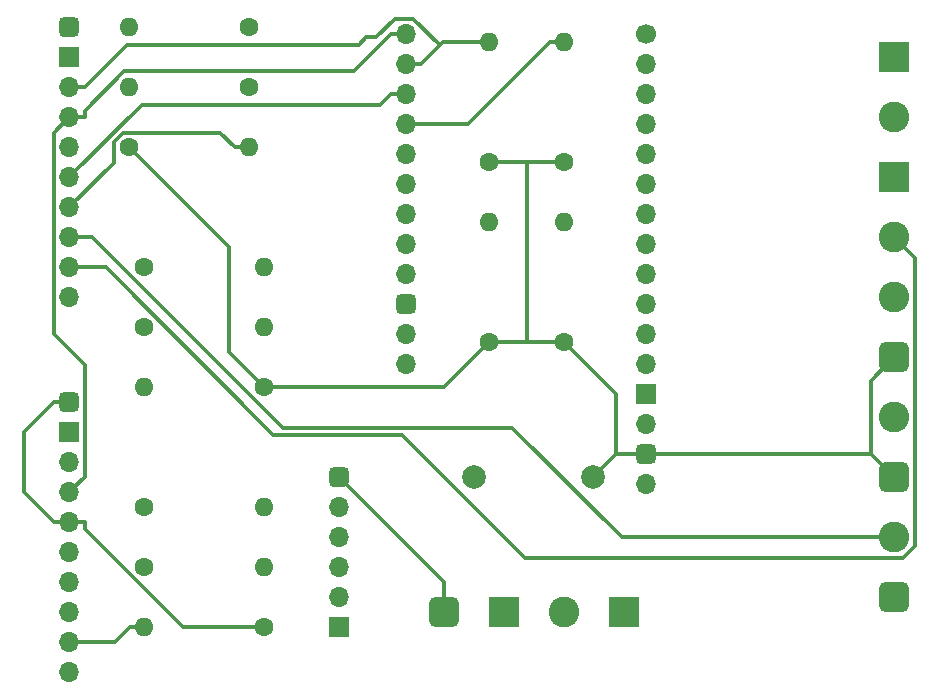
<source format=gtl>
G04 #@! TF.GenerationSoftware,KiCad,Pcbnew,6.0.11+dfsg-1*
G04 #@! TF.CreationDate,2023-06-04T21:15:00+02:00*
G04 #@! TF.ProjectId,EspressoV1,45737072-6573-4736-9f56-312e6b696361,rev?*
G04 #@! TF.SameCoordinates,Original*
G04 #@! TF.FileFunction,Copper,L1,Top*
G04 #@! TF.FilePolarity,Positive*
%FSLAX46Y46*%
G04 Gerber Fmt 4.6, Leading zero omitted, Abs format (unit mm)*
G04 Created by KiCad (PCBNEW 6.0.11+dfsg-1) date 2023-06-04 21:15:00*
%MOMM*%
%LPD*%
G01*
G04 APERTURE LIST*
G04 Aperture macros list*
%AMRoundRect*
0 Rectangle with rounded corners*
0 $1 Rounding radius*
0 $2 $3 $4 $5 $6 $7 $8 $9 X,Y pos of 4 corners*
0 Add a 4 corners polygon primitive as box body*
4,1,4,$2,$3,$4,$5,$6,$7,$8,$9,$2,$3,0*
0 Add four circle primitives for the rounded corners*
1,1,$1+$1,$2,$3*
1,1,$1+$1,$4,$5*
1,1,$1+$1,$6,$7*
1,1,$1+$1,$8,$9*
0 Add four rect primitives between the rounded corners*
20,1,$1+$1,$2,$3,$4,$5,0*
20,1,$1+$1,$4,$5,$6,$7,0*
20,1,$1+$1,$6,$7,$8,$9,0*
20,1,$1+$1,$8,$9,$2,$3,0*%
G04 Aperture macros list end*
G04 #@! TA.AperFunction,ComponentPad*
%ADD10C,2.600000*%
G04 #@! TD*
G04 #@! TA.AperFunction,ComponentPad*
%ADD11RoundRect,0.650000X0.650000X-0.650000X0.650000X0.650000X-0.650000X0.650000X-0.650000X-0.650000X0*%
G04 #@! TD*
G04 #@! TA.AperFunction,ComponentPad*
%ADD12R,2.600000X2.600000*%
G04 #@! TD*
G04 #@! TA.AperFunction,ComponentPad*
%ADD13RoundRect,0.650000X-0.650000X-0.650000X0.650000X-0.650000X0.650000X0.650000X-0.650000X0.650000X0*%
G04 #@! TD*
G04 #@! TA.AperFunction,ComponentPad*
%ADD14O,1.600000X1.600000*%
G04 #@! TD*
G04 #@! TA.AperFunction,ComponentPad*
%ADD15C,1.600000*%
G04 #@! TD*
G04 #@! TA.AperFunction,ComponentPad*
%ADD16RoundRect,0.425000X0.425000X0.425000X-0.425000X0.425000X-0.425000X-0.425000X0.425000X-0.425000X0*%
G04 #@! TD*
G04 #@! TA.AperFunction,ComponentPad*
%ADD17O,1.700000X1.700000*%
G04 #@! TD*
G04 #@! TA.AperFunction,ComponentPad*
%ADD18R,1.700000X1.700000*%
G04 #@! TD*
G04 #@! TA.AperFunction,ComponentPad*
%ADD19RoundRect,0.425000X-0.425000X-0.425000X0.425000X-0.425000X0.425000X0.425000X-0.425000X0.425000X0*%
G04 #@! TD*
G04 #@! TA.AperFunction,ComponentPad*
%ADD20C,1.700000*%
G04 #@! TD*
G04 #@! TA.AperFunction,ComponentPad*
%ADD21C,2.000000*%
G04 #@! TD*
G04 #@! TA.AperFunction,Conductor*
%ADD22C,0.350000*%
G04 #@! TD*
G04 APERTURE END LIST*
D10*
G04 #@! TO.P,PT1000,2*
G04 #@! TO.N,Net-(0x48-Pad5)*
X177800000Y-102870000D03*
D11*
G04 #@! TO.P,PT1000,1*
G04 #@! TO.N,Net-(0x48-Pad8)*
X177800000Y-107950000D03*
G04 #@! TD*
D12*
G04 #@! TO.P,PSU1,2*
G04 #@! TO.N,GND*
X144780000Y-109220000D03*
D13*
G04 #@! TO.P,PSU1,1*
G04 #@! TO.N,Net-(ESP321-PadVUSB)*
X139700000Y-109220000D03*
G04 #@! TD*
D12*
G04 #@! TO.P,SSR1,2*
G04 #@! TO.N,GND*
X154940000Y-109220000D03*
D10*
G04 #@! TO.P,SSR1,1*
G04 #@! TO.N,Net-(ESP321-PadP21)*
X149860000Y-109220000D03*
G04 #@! TD*
D12*
G04 #@! TO.P,SENS4,2*
G04 #@! TO.N,GND*
X177800000Y-62230000D03*
D10*
G04 #@! TO.P,SENS4,1*
G04 #@! TO.N,Net-(0x48-Pad7)*
X177800000Y-67310000D03*
G04 #@! TD*
D12*
G04 #@! TO.P,SENS3,2*
G04 #@! TO.N,GND*
X177800000Y-72390000D03*
D10*
G04 #@! TO.P,SENS3,1*
G04 #@! TO.N,Net-(0x48-Pad6)*
X177800000Y-77470000D03*
G04 #@! TD*
G04 #@! TO.P,SENS2,2*
G04 #@! TO.N,Net-(0x49-Pad7)*
X177800000Y-82550000D03*
D11*
G04 #@! TO.P,SENS2,1*
G04 #@! TO.N,Net-(0x48-Pad8)*
X177800000Y-87630000D03*
G04 #@! TD*
D10*
G04 #@! TO.P,SENS1,2*
G04 #@! TO.N,Net-(0x49-Pad5)*
X177800000Y-92710000D03*
D11*
G04 #@! TO.P,SENS1,1*
G04 #@! TO.N,Net-(0x48-Pad8)*
X177800000Y-97790000D03*
G04 #@! TD*
D14*
G04 #@! TO.P,R3-4,2*
G04 #@! TO.N,GND*
X124460000Y-100330000D03*
D15*
G04 #@! TO.P,R3-4,1*
G04 #@! TO.N,Net-(0x49-Pad7)*
X114300000Y-100330000D03*
G04 #@! TD*
D14*
G04 #@! TO.P,R3-2,2*
G04 #@! TO.N,GND*
X124460000Y-105410000D03*
D15*
G04 #@! TO.P,R3-2,1*
G04 #@! TO.N,Net-(0x49-Pad6)*
X114300000Y-105410000D03*
G04 #@! TD*
D14*
G04 #@! TO.P,R3-1,2*
G04 #@! TO.N,Net-(0x49-Pad6)*
X114300000Y-110490000D03*
D15*
G04 #@! TO.P,R3-1,1*
G04 #@! TO.N,Net-(0x48-Pad8)*
X124460000Y-110490000D03*
G04 #@! TD*
D14*
G04 #@! TO.P,R2-4,2*
G04 #@! TO.N,GND*
X124460000Y-80010000D03*
D15*
G04 #@! TO.P,R2-4,1*
G04 #@! TO.N,Net-(0x49-Pad5)*
X114300000Y-80010000D03*
G04 #@! TD*
D14*
G04 #@! TO.P,R2-2,2*
G04 #@! TO.N,GND*
X124460000Y-85090000D03*
D15*
G04 #@! TO.P,R2-2,1*
G04 #@! TO.N,Net-(0x49-Pad4)*
X114300000Y-85090000D03*
G04 #@! TD*
D14*
G04 #@! TO.P,R2-1,2*
G04 #@! TO.N,Net-(0x49-Pad4)*
X114300000Y-90170000D03*
D15*
G04 #@! TO.P,R2-1,1*
G04 #@! TO.N,Net-(0x48-Pad8)*
X124460000Y-90170000D03*
G04 #@! TD*
D16*
G04 #@! TO.P,J1,6*
G04 #@! TO.N,Net-(ESP321-PadVUSB)*
X130810000Y-97790000D03*
D17*
G04 #@! TO.P,J1,5*
G04 #@! TO.N,Net-(ESP321-PadP33)*
X130810000Y-100330000D03*
G04 #@! TO.P,J1,4*
G04 #@! TO.N,Net-(ESP321-PadP27)*
X130810000Y-102870000D03*
G04 #@! TO.P,J1,3*
G04 #@! TO.N,Net-(ESP321-PadP12)*
X130810000Y-105410000D03*
G04 #@! TO.P,J1,2*
G04 #@! TO.N,Net-(ESP321-PadP13)*
X130810000Y-107950000D03*
D18*
G04 #@! TO.P,J1,1*
G04 #@! TO.N,GND*
X130810000Y-110490000D03*
G04 #@! TD*
D17*
G04 #@! TO.P,ESP321,P34*
G04 #@! TO.N,Net-(ESP321-PadP34)*
X156765000Y-83105000D03*
G04 #@! TO.P,ESP321,P25*
G04 #@! TO.N,Net-(ESP321-PadP25)*
X156765000Y-85645000D03*
G04 #@! TO.P,ESP321,P04*
G04 #@! TO.N,Net-(ESP321-PadP04)*
X156765000Y-75485000D03*
G04 #@! TO.P,ESP321,P26*
G04 #@! TO.N,Net-(ESP321-PadP26)*
X156765000Y-88185000D03*
G04 #@! TO.P,ESP321,P39*
G04 #@! TO.N,Net-(ESP321-PadP39)*
X156765000Y-80565000D03*
G04 #@! TO.P,ESP321,P18*
G04 #@! TO.N,Net-(ESP321-PadP18)*
X156765000Y-70405000D03*
G04 #@! TO.P,ESP321,NC*
G04 #@! TO.N,Net-(ESP321-PadNC)*
X156765000Y-93265000D03*
D18*
G04 #@! TO.P,ESP321,GND*
G04 #@! TO.N,GND*
X156765000Y-90725000D03*
D19*
G04 #@! TO.P,ESP321,3V3*
G04 #@! TO.N,Net-(0x48-Pad8)*
X156765000Y-95805000D03*
D20*
G04 #@! TO.P,ESP321,P21*
G04 #@! TO.N,Net-(ESP321-PadP21)*
X156765000Y-60245000D03*
D17*
G04 #@! TO.P,ESP321,P05*
G04 #@! TO.N,Net-(ESP321-PadP05)*
X156765000Y-72945000D03*
G04 #@! TO.P,ESP321,P16*
G04 #@! TO.N,Net-(ESP321-PadP16)*
X156765000Y-65325000D03*
G04 #@! TO.P,ESP321,P36*
G04 #@! TO.N,Net-(ESP321-PadP36)*
X156765000Y-78025000D03*
G04 #@! TO.P,ESP321,P17*
G04 #@! TO.N,Net-(ESP321-PadP17)*
X156765000Y-62785000D03*
G04 #@! TO.P,ESP321,P19*
G04 #@! TO.N,Net-(ESP321-PadP19)*
X156765000Y-67865000D03*
G04 #@! TO.P,ESP321,RESET*
G04 #@! TO.N,Net-(ESP321-PadRESET)*
X156765000Y-98345000D03*
G04 #@! TO.P,ESP321,P12*
G04 #@! TO.N,Net-(ESP321-PadP12)*
X136445000Y-78025000D03*
G04 #@! TO.P,ESP321,P22*
G04 #@! TO.N,Net-(0x48-Pad10)*
X136445000Y-62785000D03*
G04 #@! TO.P,ESP321,P13*
G04 #@! TO.N,Net-(ESP321-PadP13)*
X136445000Y-80565000D03*
G04 #@! TO.P,ESP321,VBAT*
G04 #@! TO.N,Net-(ESP321-PadVBAT)*
X136445000Y-88185000D03*
G04 #@! TO.P,ESP321,P33*
G04 #@! TO.N,Net-(ESP321-PadP33)*
X136445000Y-72945000D03*
G04 #@! TO.P,ESP321,P14*
G04 #@! TO.N,Net-(0x48-Pad2)*
X136445000Y-65325000D03*
D19*
G04 #@! TO.P,ESP321,VUSB*
G04 #@! TO.N,Net-(ESP321-PadVUSB)*
X136445000Y-83105000D03*
D17*
G04 #@! TO.P,ESP321,EN*
G04 #@! TO.N,Net-(ESP321-PadEN)*
X136445000Y-85645000D03*
G04 #@! TO.P,ESP321,P27*
G04 #@! TO.N,Net-(ESP321-PadP27)*
X136445000Y-75485000D03*
G04 #@! TO.P,ESP321,P32*
G04 #@! TO.N,Net-(0x49-Pad2)*
X136445000Y-67865000D03*
G04 #@! TO.P,ESP321,P23*
G04 #@! TO.N,Net-(0x48-Pad9)*
X136445000Y-60245000D03*
G04 #@! TO.P,ESP321,P15*
G04 #@! TO.N,Net-(ESP321-PadP15)*
X136445000Y-70405000D03*
G04 #@! TD*
D18*
G04 #@! TO.P,0x48,3*
G04 #@! TO.N,GND*
X107950000Y-62230000D03*
D19*
G04 #@! TO.P,0x48,8*
G04 #@! TO.N,Net-(0x48-Pad8)*
X107950000Y-59690000D03*
D17*
G04 #@! TO.P,0x48,1*
G04 #@! TO.N,GND*
X107950000Y-69850000D03*
G04 #@! TO.P,0x48,5*
G04 #@! TO.N,Net-(0x48-Pad5)*
X107950000Y-77470000D03*
G04 #@! TO.P,0x48,9*
G04 #@! TO.N,Net-(0x48-Pad9)*
X107950000Y-67310000D03*
G04 #@! TO.P,0x48,7*
G04 #@! TO.N,Net-(0x48-Pad7)*
X107950000Y-82550000D03*
G04 #@! TO.P,0x48,10*
G04 #@! TO.N,Net-(0x48-Pad10)*
X107950000Y-64770000D03*
G04 #@! TO.P,0x48,2*
G04 #@! TO.N,Net-(0x48-Pad2)*
X107950000Y-72390000D03*
G04 #@! TO.P,0x48,4*
G04 #@! TO.N,Net-(0x48-Pad4)*
X107950000Y-74930000D03*
G04 #@! TO.P,0x48,6*
G04 #@! TO.N,Net-(0x48-Pad6)*
X107950000Y-80010000D03*
G04 #@! TD*
D18*
G04 #@! TO.P,0x49,3*
G04 #@! TO.N,GND*
X107950000Y-93980000D03*
D19*
G04 #@! TO.P,0x49,8*
G04 #@! TO.N,Net-(0x48-Pad8)*
X107950000Y-91440000D03*
D17*
G04 #@! TO.P,0x49,1*
X107950000Y-101600000D03*
G04 #@! TO.P,0x49,5*
G04 #@! TO.N,Net-(0x49-Pad5)*
X107950000Y-109220000D03*
G04 #@! TO.P,0x49,9*
G04 #@! TO.N,Net-(0x48-Pad9)*
X107950000Y-99060000D03*
G04 #@! TO.P,0x49,7*
G04 #@! TO.N,Net-(0x49-Pad7)*
X107950000Y-114300000D03*
G04 #@! TO.P,0x49,10*
G04 #@! TO.N,Net-(0x48-Pad10)*
X107950000Y-96520000D03*
G04 #@! TO.P,0x49,2*
G04 #@! TO.N,Net-(0x49-Pad2)*
X107950000Y-104140000D03*
G04 #@! TO.P,0x49,4*
G04 #@! TO.N,Net-(0x49-Pad4)*
X107950000Y-106680000D03*
G04 #@! TO.P,0x49,6*
G04 #@! TO.N,Net-(0x49-Pad6)*
X107950000Y-111760000D03*
G04 #@! TD*
D14*
G04 #@! TO.P,R3,2*
G04 #@! TO.N,Net-(0x48-Pad9)*
X149860000Y-76200000D03*
D15*
G04 #@! TO.P,R3,1*
G04 #@! TO.N,Net-(0x48-Pad8)*
X149860000Y-86360000D03*
G04 #@! TD*
D14*
G04 #@! TO.P,R7,2*
G04 #@! TO.N,Net-(0x48-Pad10)*
X143510000Y-60960000D03*
D15*
G04 #@! TO.P,R7,1*
G04 #@! TO.N,Net-(0x48-Pad8)*
X143510000Y-71120000D03*
G04 #@! TD*
D14*
G04 #@! TO.P,R5,2*
G04 #@! TO.N,Net-(0x49-Pad2)*
X149860000Y-60960000D03*
D15*
G04 #@! TO.P,R5,1*
G04 #@! TO.N,Net-(0x48-Pad8)*
X149860000Y-71120000D03*
G04 #@! TD*
D14*
G04 #@! TO.P,R6,2*
G04 #@! TO.N,Net-(0x48-Pad2)*
X143510000Y-76200000D03*
D15*
G04 #@! TO.P,R6,1*
G04 #@! TO.N,Net-(0x48-Pad8)*
X143510000Y-86360000D03*
G04 #@! TD*
D21*
G04 #@! TO.P,C1,2*
G04 #@! TO.N,GND*
X142240000Y-97790000D03*
G04 #@! TO.P,C1,1*
G04 #@! TO.N,Net-(0x48-Pad8)*
X152240000Y-97790000D03*
G04 #@! TD*
D14*
G04 #@! TO.P,R4,2*
G04 #@! TO.N,GND*
X113030000Y-59690000D03*
D15*
G04 #@! TO.P,R4,1*
G04 #@! TO.N,Net-(0x48-Pad5)*
X123190000Y-59690000D03*
G04 #@! TD*
D14*
G04 #@! TO.P,R2,2*
G04 #@! TO.N,GND*
X113030000Y-64770000D03*
D15*
G04 #@! TO.P,R2,1*
G04 #@! TO.N,Net-(0x48-Pad4)*
X123190000Y-64770000D03*
G04 #@! TD*
D14*
G04 #@! TO.P,R1,2*
G04 #@! TO.N,Net-(0x48-Pad4)*
X123190000Y-69850000D03*
D15*
G04 #@! TO.P,R1,1*
G04 #@! TO.N,Net-(0x48-Pad8)*
X113030000Y-69850000D03*
G04 #@! TD*
D22*
G04 #@! TO.N,Net-(0x48-Pad2)*
X136445000Y-65325000D02*
X135169700Y-65325000D01*
X135169700Y-65325000D02*
X134267900Y-66226800D01*
X134267900Y-66226800D02*
X114055200Y-66226800D01*
X114055200Y-66226800D02*
X107950000Y-72332000D01*
X107950000Y-72332000D02*
X107950000Y-72390000D01*
G04 #@! TO.N,Net-(0x48-Pad4)*
X123190000Y-69850000D02*
X121964700Y-69850000D01*
X121964700Y-69850000D02*
X120736500Y-68621800D01*
X120736500Y-68621800D02*
X112515300Y-68621800D01*
X112515300Y-68621800D02*
X111716600Y-69420500D01*
X111716600Y-69420500D02*
X111716600Y-71163400D01*
X111716600Y-71163400D02*
X107950000Y-74930000D01*
G04 #@! TO.N,Net-(0x48-Pad5)*
X107950000Y-77470000D02*
X109849200Y-77470000D01*
X109849200Y-77470000D02*
X125996900Y-93617700D01*
X125996900Y-93617700D02*
X145438000Y-93617700D01*
X145438000Y-93617700D02*
X154690300Y-102870000D01*
X154690300Y-102870000D02*
X177800000Y-102870000D01*
G04 #@! TO.N,Net-(0x48-Pad6)*
X107950000Y-80010000D02*
X111017800Y-80010000D01*
X111017800Y-80010000D02*
X125225900Y-94218100D01*
X125225900Y-94218100D02*
X136138000Y-94218100D01*
X136138000Y-94218100D02*
X146526200Y-104606300D01*
X146526200Y-104606300D02*
X178537600Y-104606300D01*
X178537600Y-104606300D02*
X179580600Y-103563300D01*
X179580600Y-103563300D02*
X179580600Y-79250600D01*
X179580600Y-79250600D02*
X177800000Y-77470000D01*
G04 #@! TO.N,Net-(0x48-Pad8)*
X175815000Y-95805000D02*
X177800000Y-97790000D01*
X175815000Y-95805000D02*
X175815000Y-89615000D01*
X175815000Y-89615000D02*
X177800000Y-87630000D01*
X107950000Y-101600000D02*
X109225300Y-101600000D01*
X124460000Y-110490000D02*
X117586800Y-110490000D01*
X117586800Y-110490000D02*
X109225300Y-102128500D01*
X109225300Y-102128500D02*
X109225300Y-101600000D01*
X113030000Y-69850000D02*
X121447800Y-78267800D01*
X121447800Y-78267800D02*
X121447800Y-87157800D01*
X121447800Y-87157800D02*
X124460000Y-90170000D01*
X143510000Y-86360000D02*
X139700000Y-90170000D01*
X139700000Y-90170000D02*
X124460000Y-90170000D01*
X146685000Y-86360000D02*
X143510000Y-86360000D01*
X146685000Y-71120000D02*
X143510000Y-71120000D01*
X149860000Y-71120000D02*
X146685000Y-71120000D01*
X146685000Y-86360000D02*
X146685000Y-71120000D01*
X149860000Y-86360000D02*
X146685000Y-86360000D01*
X154225000Y-95805000D02*
X154225000Y-90725000D01*
X154225000Y-90725000D02*
X149860000Y-86360000D01*
X152240000Y-97790000D02*
X154225000Y-95805000D01*
X106680000Y-91440000D02*
X107950000Y-91440000D01*
X104140000Y-93980000D02*
X106680000Y-91440000D01*
X104140000Y-99060000D02*
X104140000Y-93980000D01*
X106680000Y-101600000D02*
X104140000Y-99060000D01*
X107950000Y-101600000D02*
X106680000Y-101600000D01*
X156765000Y-95805000D02*
X175815000Y-95805000D01*
X154225000Y-95805000D02*
X156765000Y-95805000D01*
G04 #@! TO.N,Net-(0x48-Pad9)*
X107950000Y-99060000D02*
X109255200Y-97754800D01*
X109255200Y-97754800D02*
X109255200Y-88245700D01*
X109255200Y-88245700D02*
X106630600Y-85621100D01*
X106630600Y-85621100D02*
X106630600Y-68629400D01*
X106630600Y-68629400D02*
X107950000Y-67310000D01*
X107950000Y-67310000D02*
X109225300Y-67310000D01*
X136445000Y-60245000D02*
X135169700Y-60245000D01*
X135169700Y-60245000D02*
X132011600Y-63403100D01*
X132011600Y-63403100D02*
X112603700Y-63403100D01*
X112603700Y-63403100D02*
X109225300Y-66781500D01*
X109225300Y-66781500D02*
X109225300Y-67310000D01*
G04 #@! TO.N,Net-(0x48-Pad10)*
X139285100Y-61220200D02*
X137032900Y-58968100D01*
X137032900Y-58968100D02*
X135471400Y-58968100D01*
X135471400Y-58968100D02*
X133893100Y-60546400D01*
X133893100Y-60546400D02*
X133044200Y-60546400D01*
X133044200Y-60546400D02*
X132443900Y-61146700D01*
X132443900Y-61146700D02*
X112848600Y-61146700D01*
X112848600Y-61146700D02*
X109225300Y-64770000D01*
X139285100Y-61220200D02*
X137720300Y-62785000D01*
X143510000Y-60960000D02*
X139545300Y-60960000D01*
X139545300Y-60960000D02*
X139285100Y-61220200D01*
X107950000Y-64770000D02*
X109225300Y-64770000D01*
X136445000Y-62785000D02*
X137720300Y-62785000D01*
G04 #@! TO.N,Net-(0x49-Pad6)*
X114300000Y-110490000D02*
X113074700Y-110490000D01*
X107950000Y-111760000D02*
X111804700Y-111760000D01*
X111804700Y-111760000D02*
X113074700Y-110490000D01*
G04 #@! TO.N,Net-(0x49-Pad2)*
X149860000Y-60960000D02*
X148634700Y-60960000D01*
X148634700Y-60960000D02*
X141729700Y-67865000D01*
X141729700Y-67865000D02*
X136445000Y-67865000D01*
G04 #@! TO.N,Net-(ESP321-PadVUSB)*
X130810000Y-97790000D02*
X139700000Y-106680000D01*
X139700000Y-106680000D02*
X139700000Y-109220000D01*
G04 #@! TD*
M02*

</source>
